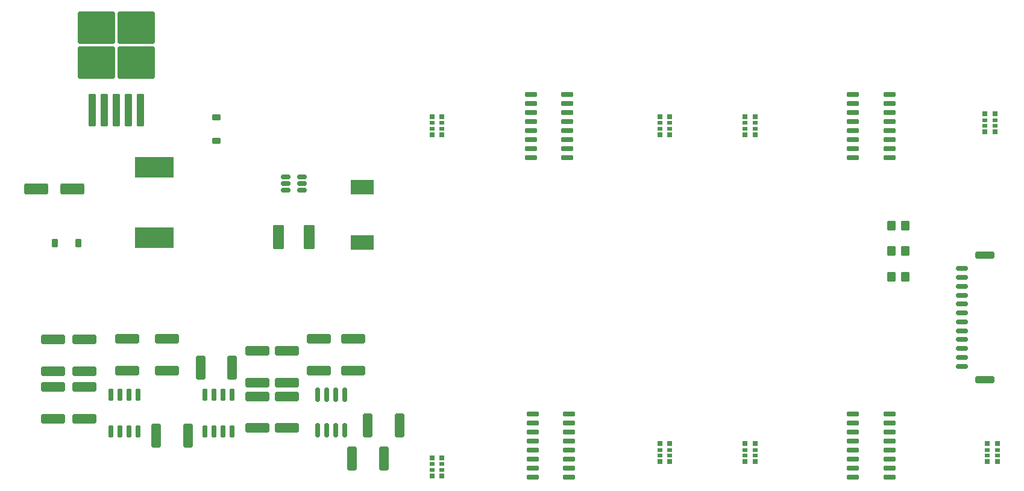
<source format=gtp>
%TF.GenerationSoftware,KiCad,Pcbnew,7.0.10*%
%TF.CreationDate,2024-07-06T13:46:37+02:00*%
%TF.ProjectId,Overlord,4f766572-6c6f-4726-942e-6b696361645f,rev?*%
%TF.SameCoordinates,Original*%
%TF.FileFunction,Paste,Top*%
%TF.FilePolarity,Positive*%
%FSLAX46Y46*%
G04 Gerber Fmt 4.6, Leading zero omitted, Abs format (unit mm)*
G04 Created by KiCad (PCBNEW 7.0.10) date 2024-07-06 13:46:37*
%MOMM*%
%LPD*%
G01*
G04 APERTURE LIST*
G04 Aperture macros list*
%AMRoundRect*
0 Rectangle with rounded corners*
0 $1 Rounding radius*
0 $2 $3 $4 $5 $6 $7 $8 $9 X,Y pos of 4 corners*
0 Add a 4 corners polygon primitive as box body*
4,1,4,$2,$3,$4,$5,$6,$7,$8,$9,$2,$3,0*
0 Add four circle primitives for the rounded corners*
1,1,$1+$1,$2,$3*
1,1,$1+$1,$4,$5*
1,1,$1+$1,$6,$7*
1,1,$1+$1,$8,$9*
0 Add four rect primitives between the rounded corners*
20,1,$1+$1,$2,$3,$4,$5,0*
20,1,$1+$1,$4,$5,$6,$7,0*
20,1,$1+$1,$6,$7,$8,$9,0*
20,1,$1+$1,$8,$9,$2,$3,0*%
G04 Aperture macros list end*
%ADD10RoundRect,0.250000X0.400000X1.450000X-0.400000X1.450000X-0.400000X-1.450000X0.400000X-1.450000X0*%
%ADD11RoundRect,0.250000X-0.400000X-1.450000X0.400000X-1.450000X0.400000X1.450000X-0.400000X1.450000X0*%
%ADD12RoundRect,0.250000X1.450000X-0.400000X1.450000X0.400000X-1.450000X0.400000X-1.450000X-0.400000X0*%
%ADD13RoundRect,0.250000X-1.450000X0.400000X-1.450000X-0.400000X1.450000X-0.400000X1.450000X0.400000X0*%
%ADD14RoundRect,0.250000X0.300000X-2.050000X0.300000X2.050000X-0.300000X2.050000X-0.300000X-2.050000X0*%
%ADD15RoundRect,0.250000X2.375000X-2.025000X2.375000X2.025000X-2.375000X2.025000X-2.375000X-2.025000X0*%
%ADD16RoundRect,0.150000X-0.150000X0.725000X-0.150000X-0.725000X0.150000X-0.725000X0.150000X0.725000X0*%
%ADD17RoundRect,0.150000X-0.150000X0.825000X-0.150000X-0.825000X0.150000X-0.825000X0.150000X0.825000X0*%
%ADD18RoundRect,0.250000X-0.537500X-1.450000X0.537500X-1.450000X0.537500X1.450000X-0.537500X1.450000X0*%
%ADD19R,3.200000X2.000000*%
%ADD20RoundRect,0.150000X-0.512500X-0.150000X0.512500X-0.150000X0.512500X0.150000X-0.512500X0.150000X0*%
%ADD21RoundRect,0.250000X-1.412500X-0.550000X1.412500X-0.550000X1.412500X0.550000X-1.412500X0.550000X0*%
%ADD22RoundRect,0.150000X-0.725000X-0.150000X0.725000X-0.150000X0.725000X0.150000X-0.725000X0.150000X0*%
%ADD23RoundRect,0.150000X0.725000X0.150000X-0.725000X0.150000X-0.725000X-0.150000X0.725000X-0.150000X0*%
%ADD24R,0.700000X0.640000*%
%ADD25R,0.700000X0.500000*%
%ADD26RoundRect,0.250000X0.350000X0.450000X-0.350000X0.450000X-0.350000X-0.450000X0.350000X-0.450000X0*%
%ADD27R,5.400000X2.900000*%
%ADD28RoundRect,0.225000X0.225000X0.375000X-0.225000X0.375000X-0.225000X-0.375000X0.225000X-0.375000X0*%
%ADD29RoundRect,0.150000X0.700000X-0.150000X0.700000X0.150000X-0.700000X0.150000X-0.700000X-0.150000X0*%
%ADD30RoundRect,0.250000X1.100000X-0.250000X1.100000X0.250000X-1.100000X0.250000X-1.100000X-0.250000X0*%
%ADD31RoundRect,0.225000X0.375000X-0.225000X0.375000X0.225000X-0.375000X0.225000X-0.375000X-0.225000X0*%
G04 APERTURE END LIST*
D10*
%TO.C,R6*%
X81125000Y-88600000D03*
X76675000Y-88600000D03*
%TD*%
D11*
%TO.C,R7*%
X74465000Y-93260000D03*
X78915000Y-93260000D03*
%TD*%
D12*
%TO.C,R8*%
X61200000Y-82525000D03*
X61200000Y-78075000D03*
%TD*%
%TO.C,R9*%
X74600000Y-80825000D03*
X74600000Y-76375000D03*
%TD*%
D13*
%TO.C,R10*%
X69800000Y-76375000D03*
X69800000Y-80825000D03*
%TD*%
D12*
%TO.C,R11*%
X65300000Y-82525000D03*
X65300000Y-78075000D03*
%TD*%
D13*
%TO.C,R12*%
X65300000Y-84475000D03*
X65300000Y-88925000D03*
%TD*%
%TO.C,R13*%
X61200000Y-84475000D03*
X61200000Y-88925000D03*
%TD*%
D11*
%TO.C,R14*%
X53175000Y-80400000D03*
X57625000Y-80400000D03*
%TD*%
D14*
%TO.C,U5*%
X37945000Y-44195000D03*
X39645000Y-44195000D03*
X41345000Y-44195000D03*
D15*
X38570000Y-37470000D03*
X44120000Y-37470000D03*
X38570000Y-32620000D03*
X44120000Y-32620000D03*
D14*
X43045000Y-44195000D03*
X44745000Y-44195000D03*
%TD*%
D16*
%TO.C,U7*%
X57605000Y-84225000D03*
X56335000Y-84225000D03*
X55065000Y-84225000D03*
X53795000Y-84225000D03*
X53795000Y-89375000D03*
X55065000Y-89375000D03*
X56335000Y-89375000D03*
X57605000Y-89375000D03*
%TD*%
D17*
%TO.C,U6*%
X73455000Y-84285000D03*
X72185000Y-84285000D03*
X70915000Y-84285000D03*
X69645000Y-84285000D03*
X69645000Y-89235000D03*
X70915000Y-89235000D03*
X72185000Y-89235000D03*
X73455000Y-89235000D03*
%TD*%
D18*
%TO.C,C4*%
X64152500Y-62100000D03*
X68427500Y-62100000D03*
%TD*%
D19*
%TO.C,L2*%
X75860000Y-62800000D03*
X75860000Y-55000000D03*
%TD*%
D20*
%TO.C,U8*%
X65132500Y-53590000D03*
X65132500Y-54540000D03*
X65132500Y-55490000D03*
X67407500Y-55490000D03*
X67407500Y-54540000D03*
X67407500Y-53590000D03*
%TD*%
D21*
%TO.C,C1*%
X30102500Y-55300000D03*
X35177500Y-55300000D03*
%TD*%
D13*
%TO.C,R24*%
X36900000Y-83175000D03*
X36900000Y-87625000D03*
%TD*%
D12*
%TO.C,R25*%
X42900000Y-80825000D03*
X42900000Y-76375000D03*
%TD*%
D13*
%TO.C,R26*%
X48500000Y-76375000D03*
X48500000Y-80825000D03*
%TD*%
D12*
%TO.C,R27*%
X32500000Y-80925000D03*
X32500000Y-76475000D03*
%TD*%
%TO.C,R28*%
X36900000Y-80925000D03*
X36900000Y-76475000D03*
%TD*%
D13*
%TO.C,R29*%
X32500000Y-83175000D03*
X32500000Y-87625000D03*
%TD*%
D11*
%TO.C,R30*%
X46975000Y-90000000D03*
X51425000Y-90000000D03*
%TD*%
D16*
%TO.C,U9*%
X44405000Y-84225000D03*
X43135000Y-84225000D03*
X41865000Y-84225000D03*
X40595000Y-84225000D03*
X40595000Y-89375000D03*
X41865000Y-89375000D03*
X43135000Y-89375000D03*
X44405000Y-89375000D03*
%TD*%
D22*
%TO.C,U1*%
X99575000Y-41955000D03*
X99575000Y-43225000D03*
X99575000Y-44495000D03*
X99575000Y-45765000D03*
X99575000Y-47035000D03*
X99575000Y-48305000D03*
X99575000Y-49575000D03*
X99575000Y-50845000D03*
X104725000Y-50845000D03*
X104725000Y-49575000D03*
X104725000Y-48305000D03*
X104725000Y-47035000D03*
X104725000Y-45765000D03*
X104725000Y-44495000D03*
X104725000Y-43225000D03*
X104725000Y-41955000D03*
%TD*%
D23*
%TO.C,U2*%
X149975000Y-95845000D03*
X149975000Y-94575000D03*
X149975000Y-93305000D03*
X149975000Y-92035000D03*
X149975000Y-90765000D03*
X149975000Y-89495000D03*
X149975000Y-88225000D03*
X149975000Y-86955000D03*
X144825000Y-86955000D03*
X144825000Y-88225000D03*
X144825000Y-89495000D03*
X144825000Y-90765000D03*
X144825000Y-92035000D03*
X144825000Y-93305000D03*
X144825000Y-94575000D03*
X144825000Y-95845000D03*
%TD*%
%TO.C,U3*%
X104975000Y-95845000D03*
X104975000Y-94575000D03*
X104975000Y-93305000D03*
X104975000Y-92035000D03*
X104975000Y-90765000D03*
X104975000Y-89495000D03*
X104975000Y-88225000D03*
X104975000Y-86955000D03*
X99825000Y-86955000D03*
X99825000Y-88225000D03*
X99825000Y-89495000D03*
X99825000Y-90765000D03*
X99825000Y-92035000D03*
X99825000Y-93305000D03*
X99825000Y-94575000D03*
X99825000Y-95845000D03*
%TD*%
D24*
%TO.C,RN1*%
X117700000Y-45130000D03*
D25*
X117700000Y-46000000D03*
X117700000Y-46800000D03*
D24*
X117700000Y-47670000D03*
X119100000Y-47670000D03*
D25*
X119100000Y-46800000D03*
X119100000Y-46000000D03*
D24*
X119100000Y-45130000D03*
%TD*%
%TO.C,RN2*%
X85700000Y-45130000D03*
D25*
X85700000Y-46000000D03*
X85700000Y-46800000D03*
D24*
X85700000Y-47670000D03*
X87100000Y-47670000D03*
D25*
X87100000Y-46800000D03*
X87100000Y-46000000D03*
D24*
X87100000Y-45130000D03*
%TD*%
%TO.C,RN3*%
X131100000Y-93670000D03*
D25*
X131100000Y-92800000D03*
X131100000Y-92000000D03*
D24*
X131100000Y-91130000D03*
X129700000Y-91130000D03*
D25*
X129700000Y-92000000D03*
X129700000Y-92800000D03*
D24*
X129700000Y-93670000D03*
%TD*%
%TO.C,RN4*%
X165100000Y-93670000D03*
D25*
X165100000Y-92800000D03*
X165100000Y-92000000D03*
D24*
X165100000Y-91130000D03*
X163700000Y-91130000D03*
D25*
X163700000Y-92000000D03*
X163700000Y-92800000D03*
D24*
X163700000Y-93670000D03*
%TD*%
%TO.C,RN5*%
X87100000Y-95670000D03*
D25*
X87100000Y-94800000D03*
X87100000Y-94000000D03*
D24*
X87100000Y-93130000D03*
X85700000Y-93130000D03*
D25*
X85700000Y-94000000D03*
X85700000Y-94800000D03*
D24*
X85700000Y-95670000D03*
%TD*%
%TO.C,RN6*%
X119100000Y-93670000D03*
D25*
X119100000Y-92800000D03*
X119100000Y-92000000D03*
D24*
X119100000Y-91130000D03*
X117700000Y-91130000D03*
D25*
X117700000Y-92000000D03*
X117700000Y-92800000D03*
D24*
X117700000Y-93670000D03*
%TD*%
%TO.C,RN7*%
X163400000Y-44730000D03*
D25*
X163400000Y-45600000D03*
X163400000Y-46400000D03*
D24*
X163400000Y-47270000D03*
X164800000Y-47270000D03*
D25*
X164800000Y-46400000D03*
X164800000Y-45600000D03*
D24*
X164800000Y-44730000D03*
%TD*%
%TO.C,RN8*%
X129700000Y-45130000D03*
D25*
X129700000Y-46000000D03*
X129700000Y-46800000D03*
D24*
X129700000Y-47670000D03*
X131100000Y-47670000D03*
D25*
X131100000Y-46800000D03*
X131100000Y-46000000D03*
D24*
X131100000Y-45130000D03*
%TD*%
D22*
%TO.C,U4*%
X144825000Y-41955000D03*
X144825000Y-43225000D03*
X144825000Y-44495000D03*
X144825000Y-45765000D03*
X144825000Y-47035000D03*
X144825000Y-48305000D03*
X144825000Y-49575000D03*
X144825000Y-50845000D03*
X149975000Y-50845000D03*
X149975000Y-49575000D03*
X149975000Y-48305000D03*
X149975000Y-47035000D03*
X149975000Y-45765000D03*
X149975000Y-44495000D03*
X149975000Y-43225000D03*
X149975000Y-41955000D03*
%TD*%
D26*
%TO.C,R16*%
X152220000Y-67660000D03*
X150220000Y-67660000D03*
%TD*%
%TO.C,R17*%
X152220000Y-64040000D03*
X150220000Y-64040000D03*
%TD*%
%TO.C,R18*%
X152220000Y-60420000D03*
X150220000Y-60420000D03*
%TD*%
D27*
%TO.C,L1*%
X46690000Y-62170000D03*
X46690000Y-52270000D03*
%TD*%
D28*
%TO.C,D1*%
X36050000Y-62910000D03*
X32750000Y-62910000D03*
%TD*%
D29*
%TO.C,J3*%
X160180000Y-80235000D03*
X160180000Y-78985000D03*
X160180000Y-77735000D03*
X160180000Y-76485000D03*
X160180000Y-75235000D03*
X160180000Y-73985000D03*
X160180000Y-72735000D03*
X160180000Y-71485000D03*
X160180000Y-70235000D03*
X160180000Y-68985000D03*
X160180000Y-67735000D03*
X160180000Y-66485000D03*
D30*
X163380000Y-82085000D03*
X163380000Y-64635000D03*
%TD*%
D31*
%TO.C,D2*%
X55400000Y-48520000D03*
X55400000Y-45220000D03*
%TD*%
M02*

</source>
